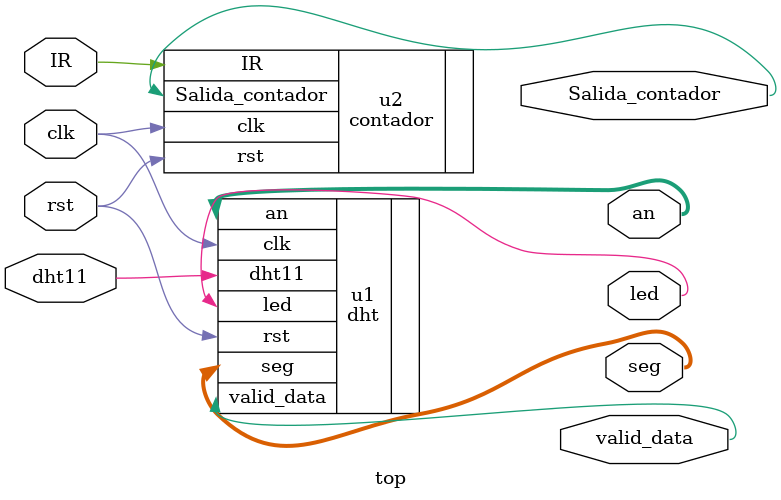
<source format=v>
module top (
	input wire clk,                // Reloj del sistema (50 MHz)
    input wire rst,                // Reset del sistema
    inout wire dht11,              // Línea de datos del sensor DHT11
    output wire valid_data,         // Indicador de datos válidos
    output wire led,
    //--------------------------- 7 segmentos----------------------
    output wire [6:0] seg,        // Conectar a los pines del display de 7 segmentos
    output [7:0] an,
	 
	 input wire IR,
	 output wire Salida_contador

);

dht u1(
	.clk(clk),
	.rst(rst),
	.dht11(dht11),
	.valid_data(valid_data),
	.led(led),
	.seg(seg),
	.an(an)

);

contador u2(
	.clk(clk),
	.rst(rst),
	.IR(IR),
	.Salida_contador(Salida_contador)
);

endmodule
</source>
